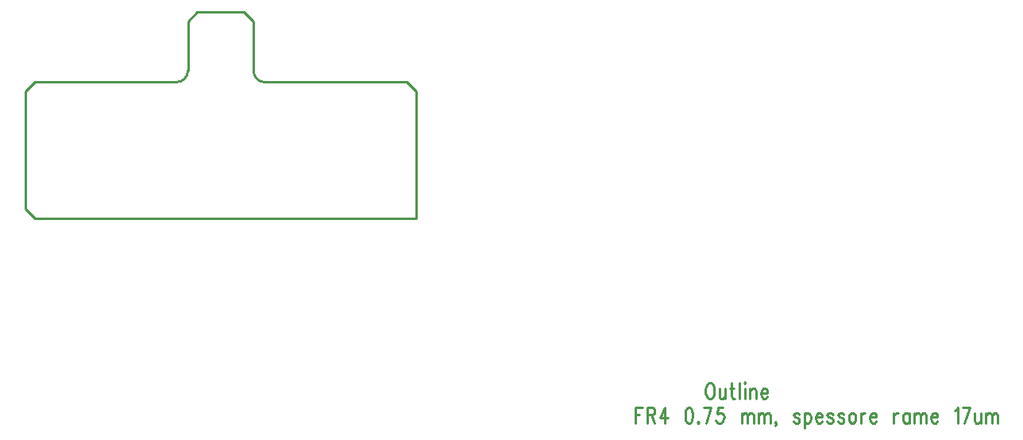
<source format=gbr>
*
*
G04 PADS VX.0 Build Number: 635560 generated Gerber (RS-274-X) file*
G04 PC Version=2.1*
*
%IN "FTC_001.pcb"*%
*
%MOIN*%
*
%FSLAX35Y35*%
*
*
*
*
G04 PC Standard Apertures*
*
*
G04 Thermal Relief Aperture macro.*
%AMTER*
1,1,$1,0,0*
1,0,$1-$2,0,0*
21,0,$3,$4,0,0,45*
21,0,$3,$4,0,0,135*
%
*
*
G04 Annular Aperture macro.*
%AMANN*
1,1,$1,0,0*
1,0,$2,0,0*
%
*
*
G04 Odd Aperture macro.*
%AMODD*
1,1,$1,0,0*
1,0,$1-0.005,0,0*
%
*
*
G04 PC Custom Aperture Macros*
*
*
*
*
*
*
G04 PC Aperture Table*
*
%ADD010C,0.01*%
%ADD040C,0.001*%
*
*
*
*
G04 PC Circuitry*
G04 Layer Name FTC_001.pcb - circuitry*
%LPD*%
*
*
G04 PC Custom Flashes*
G04 Layer Name FTC_001.pcb - flashes*
%LPD*%
*
*
G04 PC Circuitry*
G04 Layer Name FTC_001.pcb - circuitry*
%LPD*%
*
G54D10*
G01X567717Y285696D02*
Y279134D01*
Y285696D02*
X570671D01*
X567717Y282571D02*
X569535D01*
X572717Y285696D02*
Y279134D01*
Y285696D02*
X574762D01*
X575444Y285384*
X575671Y285071*
X575898Y284446*
Y283821*
X575671Y283196*
X575444Y282884*
X574762Y282571*
X572717*
X574307D02*
X575898Y279134D01*
X580217Y285696D02*
X577944Y281321D01*
X581353*
X580217Y285696D02*
Y279134D01*
X589989Y285696D02*
X589307Y285384D01*
X588853Y284446*
X588626Y282884*
Y281946*
X588853Y280384*
X589307Y279446*
X589989Y279134*
X590444*
X591126Y279446*
X591580Y280384*
X591807Y281946*
Y282884*
X591580Y284446*
X591126Y285384*
X590444Y285696*
X589989*
X594080Y279759D02*
X593853Y279446D01*
X594080Y279134*
X594307Y279446*
X594080Y279759*
X599535Y285696D02*
X597262Y279134D01*
X596353Y285696D02*
X599535D01*
X604535D02*
X602262D01*
X602035Y282884*
X602262Y283196*
X602944Y283509*
X603626*
X604307Y283196*
X604762Y282571*
X604989Y281634*
X604762Y281009*
X604535Y280071*
X604080Y279446*
X603398Y279134*
X602717*
X602035Y279446*
X601807Y279759*
X601580Y280384*
X612262Y283509D02*
Y279134D01*
Y282259D02*
X612944Y283196D01*
X613398Y283509*
X614080*
X614535Y283196*
X614762Y282259*
Y279134*
Y282259D02*
X615444Y283196D01*
X615898Y283509*
X616580*
X617035Y283196*
X617262Y282259*
Y279134*
X619307Y283509D02*
Y279134D01*
Y282259D02*
X619989Y283196D01*
X620444Y283509*
X621126*
X621580Y283196*
X621807Y282259*
Y279134*
Y282259D02*
X622489Y283196D01*
X622944Y283509*
X623626*
X624080Y283196*
X624307Y282259*
Y279134*
X626807Y279446D02*
X626580Y279134D01*
X626353Y279446*
X626580Y279759*
X626807Y279446*
Y278821*
X626580Y278196*
X626353Y277884*
X636580Y282571D02*
X636353Y283196D01*
X635671Y283509*
X634989*
X634307Y283196*
X634080Y282571*
X634307Y281946*
X634762Y281634*
X635898Y281321*
X636353Y281009*
X636580Y280384*
Y280071*
X636353Y279446*
X635671Y279134*
X634989*
X634307Y279446*
X634080Y280071*
X638626Y283509D02*
Y276946D01*
Y282571D02*
X639080Y283196D01*
X639535Y283509*
X640217*
X640671Y283196*
X641126Y282571*
X641353Y281634*
Y281009*
X641126Y280071*
X640671Y279446*
X640217Y279134*
X639535*
X639080Y279446*
X638626Y280071*
X643398Y281634D02*
X646126D01*
Y282259*
X645898Y282884*
X645671Y283196*
X645217Y283509*
X644535*
X644080Y283196*
X643626Y282571*
X643398Y281634*
Y281009*
X643626Y280071*
X644080Y279446*
X644535Y279134*
X645217*
X645671Y279446*
X646126Y280071*
X650671Y282571D02*
X650444Y283196D01*
X649762Y283509*
X649080*
X648398Y283196*
X648171Y282571*
X648398Y281946*
X648853Y281634*
X649989Y281321*
X650444Y281009*
X650671Y280384*
Y280071*
X650444Y279446*
X649762Y279134*
X649080*
X648398Y279446*
X648171Y280071*
X655217Y282571D02*
X654989Y283196D01*
X654307Y283509*
X653626*
X652944Y283196*
X652717Y282571*
X652944Y281946*
X653398Y281634*
X654535Y281321*
X654989Y281009*
X655217Y280384*
Y280071*
X654989Y279446*
X654307Y279134*
X653626*
X652944Y279446*
X652717Y280071*
X658398Y283509D02*
X657944Y283196D01*
X657489Y282571*
X657262Y281634*
Y281009*
X657489Y280071*
X657944Y279446*
X658398Y279134*
X659080*
X659535Y279446*
X659989Y280071*
X660217Y281009*
Y281634*
X659989Y282571*
X659535Y283196*
X659080Y283509*
X658398*
X662262D02*
Y279134D01*
Y281634D02*
X662489Y282571D01*
X662944Y283196*
X663398Y283509*
X664080*
X666126Y281634D02*
X668853D01*
Y282259*
X668626Y282884*
X668398Y283196*
X667944Y283509*
X667262*
X666807Y283196*
X666353Y282571*
X666126Y281634*
Y281009*
X666353Y280071*
X666807Y279446*
X667262Y279134*
X667944*
X668398Y279446*
X668853Y280071*
X676126Y283509D02*
Y279134D01*
Y281634D02*
X676353Y282571D01*
X676807Y283196*
X677262Y283509*
X677944*
X682717D02*
Y279134D01*
Y282571D02*
X682262Y283196D01*
X681807Y283509*
X681126*
X680671Y283196*
X680217Y282571*
X679989Y281634*
Y281009*
X680217Y280071*
X680671Y279446*
X681126Y279134*
X681807*
X682262Y279446*
X682717Y280071*
X684762Y283509D02*
Y279134D01*
Y282259D02*
X685444Y283196D01*
X685898Y283509*
X686580*
X687035Y283196*
X687262Y282259*
Y279134*
Y282259D02*
X687944Y283196D01*
X688398Y283509*
X689080*
X689535Y283196*
X689762Y282259*
Y279134*
X691807Y281634D02*
X694535D01*
Y282259*
X694307Y282884*
X694080Y283196*
X693626Y283509*
X692944*
X692489Y283196*
X692035Y282571*
X691807Y281634*
Y281009*
X692035Y280071*
X692489Y279446*
X692944Y279134*
X693626*
X694080Y279446*
X694535Y280071*
X701807Y284446D02*
X702262Y284759D01*
X702944Y285696*
Y279134*
X708171Y285696D02*
X705898Y279134D01*
X704989Y285696D02*
X708171D01*
X710217Y283509D02*
Y280384D01*
X710444Y279446*
X710898Y279134*
X711580*
X712035Y279446*
X712717Y280384*
Y283509D02*
Y279134D01*
X714762Y283509D02*
Y279134D01*
Y282259D02*
X715444Y283196D01*
X715898Y283509*
X716580*
X717035Y283196*
X717262Y282259*
Y279134*
Y282259D02*
X717944Y283196D01*
X718398Y283509*
X719080*
X719535Y283196*
X719762Y282259*
Y279134*
X598608Y295933D02*
X598153Y295620D01*
X597699Y294995*
X597471Y294370*
X597244Y293433*
Y291870*
X597471Y290933*
X597699Y290308*
X598153Y289683*
X598608Y289370*
X599517*
X599971Y289683*
X600426Y290308*
X600653Y290933*
X600880Y291870*
Y293433*
X600653Y294370*
X600426Y294995*
X599971Y295620*
X599517Y295933*
X598608*
X602926Y293745D02*
Y290620D01*
X603153Y289683*
X603608Y289370*
X604290*
X604744Y289683*
X605426Y290620*
Y293745D02*
Y289370D01*
X608153Y295933D02*
Y290620D01*
X608380Y289683*
X608835Y289370*
X609290*
X607471Y293745D02*
X609062D01*
X611335Y295933D02*
Y289370D01*
X613380Y295933D02*
X613608Y295620D01*
X613835Y295933*
X613608Y296245*
X613380Y295933*
X613608Y293745D02*
Y289370D01*
X615880Y293745D02*
Y289370D01*
Y292495D02*
X616562Y293433D01*
X617017Y293745*
X617699*
X618153Y293433*
X618380Y292495*
Y289370*
X620426Y291870D02*
X623153D01*
Y292495*
X622926Y293120*
X622699Y293433*
X622244Y293745*
X621562*
X621108Y293433*
X620653Y292808*
X620426Y291870*
Y291245*
X620653Y290308*
X621108Y289683*
X621562Y289370*
X622244*
X622699Y289683*
X623153Y290308*
X315748Y365157D02*
X475591D01*
Y418307*
X471654Y422244*
X412205*
X407480Y426969D02*
G75*
G03X412205Y422244I4725J-0D01*
G01X407480Y426969D02*
Y447835D01*
X403543Y451772*
X383858*
X379921Y447835*
Y426969*
X375197Y422244D02*
G03X379921Y426969I-0J4725D01*
G01X375197Y422244D02*
X315748D01*
X311811Y418307*
Y369094*
X315748Y365157*
G54D40*
G74*
X0Y0D02*
M02*

</source>
